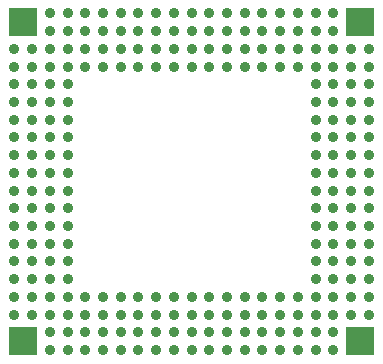
<source format=gbr>
G04 #@! TF.GenerationSoftware,KiCad,Pcbnew,(6.0.9)*
G04 #@! TF.CreationDate,2024-05-21T19:31:49-07:00*
G04 #@! TF.ProjectId,IMX294_MIPI_Breakout_Small,494d5832-3934-45f4-9d49-50495f427265,rev?*
G04 #@! TF.SameCoordinates,Original*
G04 #@! TF.FileFunction,Paste,Bot*
G04 #@! TF.FilePolarity,Positive*
%FSLAX46Y46*%
G04 Gerber Fmt 4.6, Leading zero omitted, Abs format (unit mm)*
G04 Created by KiCad (PCBNEW (6.0.9)) date 2024-05-21 19:31:49*
%MOMM*%
%LPD*%
G01*
G04 APERTURE LIST*
%ADD10R,2.400000X2.400000*%
%ADD11C,0.900000*%
G04 APERTURE END LIST*
D10*
G04 #@! TO.C,U2*
X130750000Y-84000000D03*
X130750000Y-111000000D03*
X159250000Y-111000000D03*
X159250000Y-84000000D03*
D11*
X130000000Y-86250000D03*
X130000000Y-87750000D03*
X130000000Y-89250000D03*
X130000000Y-90750000D03*
X130000000Y-92250000D03*
X130000000Y-93750000D03*
X130000000Y-95250000D03*
X130000000Y-96750000D03*
X130000000Y-98250000D03*
X130000000Y-99750000D03*
X130000000Y-101250000D03*
X130000000Y-102750000D03*
X130000000Y-104250000D03*
X130000000Y-105750000D03*
X130000000Y-107250000D03*
X130000000Y-108750000D03*
X160000000Y-86250000D03*
X160000000Y-87750000D03*
X160000000Y-89250000D03*
X160000000Y-90750000D03*
X160000000Y-92250000D03*
X160000000Y-93750000D03*
X160000000Y-95250000D03*
X160000000Y-96750000D03*
X160000000Y-98250000D03*
X160000000Y-99750000D03*
X160000000Y-101250000D03*
X160000000Y-102750000D03*
X160000000Y-104250000D03*
X160000000Y-105750000D03*
X160000000Y-107250000D03*
X160000000Y-108750000D03*
X131500000Y-86250000D03*
X131500000Y-87750000D03*
X131500000Y-89250000D03*
X131500000Y-90750000D03*
X131500000Y-92250000D03*
X131500000Y-93750000D03*
X131500000Y-95250000D03*
X131500000Y-96750000D03*
X131500000Y-98250000D03*
X131500000Y-99750000D03*
X131500000Y-101250000D03*
X131500000Y-102750000D03*
X131500000Y-104250000D03*
X131500000Y-105750000D03*
X131500000Y-107250000D03*
X131500000Y-108750000D03*
X133000000Y-83250000D03*
X133000000Y-84750000D03*
X133000000Y-86250000D03*
X133000000Y-87750000D03*
X133000000Y-89250000D03*
X133000000Y-90750000D03*
X133000000Y-92250000D03*
X133000000Y-93750000D03*
X133000000Y-95250000D03*
X133000000Y-96750000D03*
X133000000Y-98250000D03*
X133000000Y-99750000D03*
X133000000Y-101250000D03*
X133000000Y-102750000D03*
X133000000Y-104250000D03*
X133000000Y-105750000D03*
X133000000Y-107250000D03*
X133000000Y-108750000D03*
X133000000Y-110250000D03*
X133000000Y-111750000D03*
X134500000Y-83250000D03*
X134500000Y-84750000D03*
X134500000Y-86250000D03*
X134500000Y-87750000D03*
X134500000Y-89250000D03*
X134500000Y-90750000D03*
X134500000Y-92250000D03*
X134500000Y-93750000D03*
X134500000Y-95250000D03*
X134500000Y-96750000D03*
X134500000Y-98250000D03*
X134500000Y-99750000D03*
X134500000Y-101250000D03*
X134500000Y-102750000D03*
X134500000Y-104250000D03*
X134500000Y-105750000D03*
X134500000Y-107250000D03*
X134500000Y-108750000D03*
X134500000Y-110250000D03*
X134500000Y-111750000D03*
X136000000Y-83250000D03*
X136000000Y-84750000D03*
X136000000Y-86250000D03*
X136000000Y-87750000D03*
X136000000Y-107250000D03*
X136000000Y-108750000D03*
X136000000Y-110250000D03*
X136000000Y-111750000D03*
X137500000Y-83250000D03*
X137500000Y-84750000D03*
X137500000Y-86250000D03*
X137500000Y-87750000D03*
X137500000Y-107250000D03*
X137500000Y-108750000D03*
X137500000Y-110250000D03*
X137500000Y-111750000D03*
X139000000Y-83250000D03*
X139000000Y-84750000D03*
X139000000Y-86250000D03*
X139000000Y-87750000D03*
X139000000Y-107250000D03*
X139000000Y-108750000D03*
X139000000Y-110250000D03*
X139000000Y-111750000D03*
X140500000Y-83250000D03*
X140500000Y-84750000D03*
X140500000Y-86250000D03*
X140500000Y-87750000D03*
X140500000Y-107250000D03*
X140500000Y-108750000D03*
X140500000Y-110250000D03*
X140500000Y-111750000D03*
X142000000Y-83250000D03*
X142000000Y-84750000D03*
X142000000Y-86250000D03*
X142000000Y-87750000D03*
X142000000Y-107250000D03*
X142000000Y-108750000D03*
X142000000Y-110250000D03*
X142000000Y-111750000D03*
X143500000Y-83250000D03*
X143500000Y-84750000D03*
X143500000Y-86250000D03*
X143500000Y-87750000D03*
X143500000Y-107250000D03*
X143500000Y-108750000D03*
X143500000Y-110250000D03*
X143500000Y-111750000D03*
X145000000Y-83250000D03*
X145000000Y-84750000D03*
X145000000Y-86250000D03*
X145000000Y-87750000D03*
X145000000Y-107250000D03*
X145000000Y-108750000D03*
X145000000Y-110250000D03*
X145000000Y-111750000D03*
X146500000Y-83250000D03*
X146500000Y-84750000D03*
X146500000Y-86250000D03*
X146500000Y-87750000D03*
X146500000Y-107250000D03*
X146500000Y-108750000D03*
X146500000Y-110250000D03*
X146500000Y-111750000D03*
X148000000Y-83250000D03*
X148000000Y-84750000D03*
X148000000Y-86250000D03*
X148000000Y-87750000D03*
X148000000Y-107250000D03*
X148000000Y-108750000D03*
X148000000Y-110250000D03*
X148000000Y-111750000D03*
X149500000Y-83250000D03*
X149500000Y-84750000D03*
X149500000Y-86250000D03*
X149500000Y-87750000D03*
X149500000Y-107250000D03*
X149500000Y-108750000D03*
X149500000Y-110250000D03*
X149500000Y-111750000D03*
X151000000Y-83250000D03*
X151000000Y-84750000D03*
X151000000Y-86250000D03*
X151000000Y-87750000D03*
X151000000Y-107250000D03*
X151000000Y-108750000D03*
X151000000Y-110250000D03*
X151000000Y-111750000D03*
X152500000Y-83250000D03*
X152500000Y-84750000D03*
X152500000Y-86250000D03*
X152500000Y-87750000D03*
X152500000Y-107250000D03*
X152500000Y-108750000D03*
X152500000Y-110250000D03*
X152500000Y-111750000D03*
X154000000Y-83250000D03*
X154000000Y-84750000D03*
X154000000Y-86250000D03*
X154000000Y-87750000D03*
X154000000Y-107250000D03*
X154000000Y-108750000D03*
X154000000Y-110250000D03*
X154000000Y-111750000D03*
X155500000Y-83250000D03*
X155500000Y-84750000D03*
X155500000Y-86250000D03*
X155500000Y-87750000D03*
X155500000Y-89250000D03*
X155500000Y-90750000D03*
X155500000Y-92250000D03*
X155500000Y-93750000D03*
X155500000Y-95250000D03*
X155500000Y-96750000D03*
X155500000Y-98250000D03*
X155500000Y-99750000D03*
X155500000Y-101250000D03*
X155500000Y-102750000D03*
X155500000Y-104250000D03*
X155500000Y-105750000D03*
X155500000Y-107250000D03*
X155500000Y-108750000D03*
X155500000Y-110250000D03*
X155500000Y-111750000D03*
X157000000Y-83250000D03*
X157000000Y-84750000D03*
X157000000Y-86250000D03*
X157000000Y-87750000D03*
X157000000Y-89250000D03*
X157000000Y-90750000D03*
X157000000Y-92250000D03*
X157000000Y-93750000D03*
X157000000Y-95250000D03*
X157000000Y-96750000D03*
X157000000Y-98250000D03*
X157000000Y-99750000D03*
X157000000Y-101250000D03*
X157000000Y-102750000D03*
X157000000Y-104250000D03*
X157000000Y-105750000D03*
X157000000Y-107250000D03*
X157000000Y-108750000D03*
X157000000Y-110250000D03*
X157000000Y-111750000D03*
X158500000Y-86250000D03*
X158500000Y-87750000D03*
X158500000Y-89250000D03*
X158500000Y-90750000D03*
X158500000Y-92250000D03*
X158500000Y-93750000D03*
X158500000Y-95250000D03*
X158500000Y-96750000D03*
X158500000Y-98250000D03*
X158500000Y-99750000D03*
X158500000Y-101250000D03*
X158500000Y-102750000D03*
X158500000Y-104250000D03*
X158500000Y-105750000D03*
X158500000Y-107250000D03*
X158500000Y-108750000D03*
G04 #@! TD*
M02*

</source>
